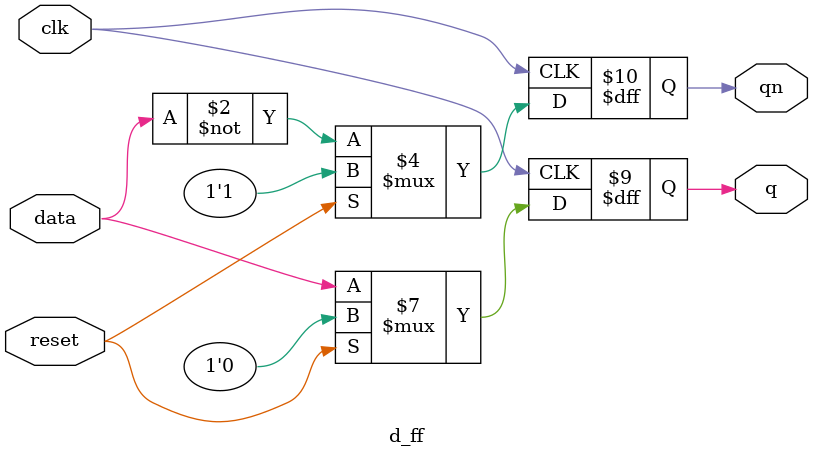
<source format=v>
module d_ff(data,clk,reset,q,qn);
	
	input data,clk,reset;
	output reg q;
	output reg qn;
	
	
	always @(posedge clk)
		if(reset) begin
			q<=1'b0;
			qn<=1'b1;
		end else begin
			q<=data;
			qn<=~data;
		end
endmodule

</source>
